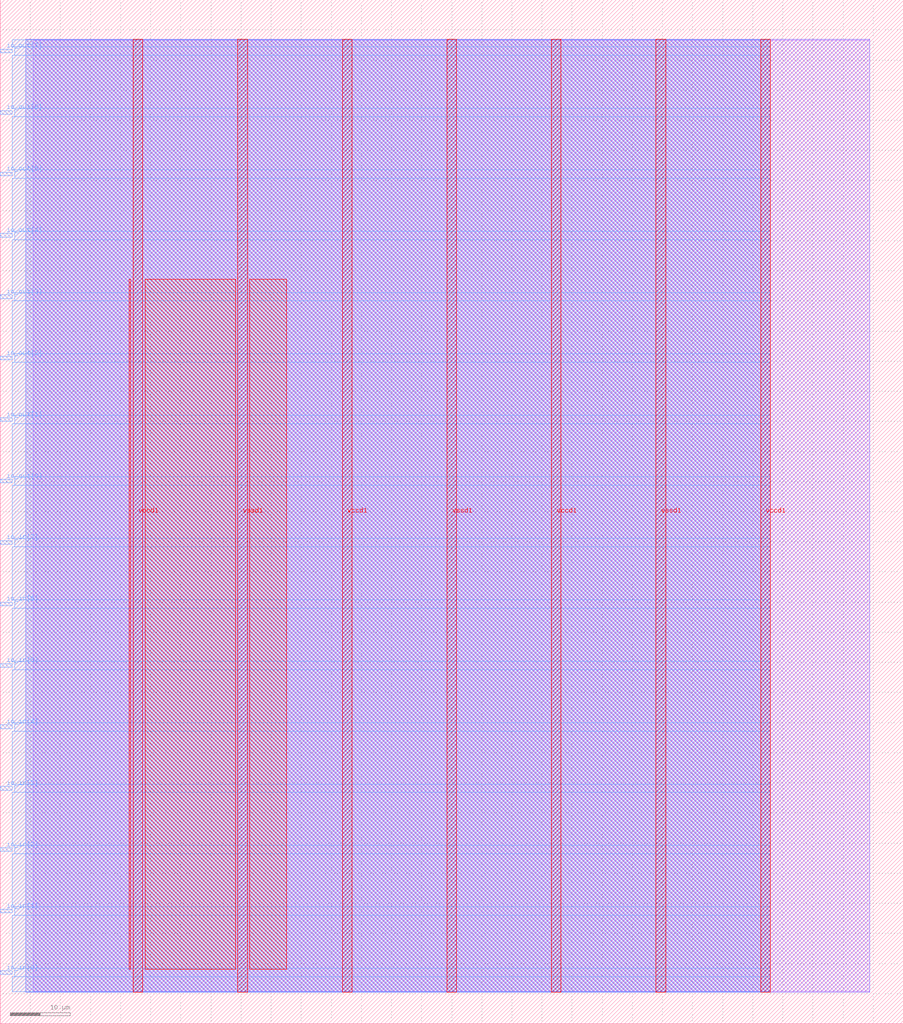
<source format=lef>
VERSION 5.7 ;
  NOWIREEXTENSIONATPIN ON ;
  DIVIDERCHAR "/" ;
  BUSBITCHARS "[]" ;
MACRO rc5_top
  CLASS BLOCK ;
  FOREIGN rc5_top ;
  ORIGIN 0.000 0.000 ;
  SIZE 150.000 BY 170.000 ;
  PIN io_in[0]
    DIRECTION INPUT ;
    USE SIGNAL ;
    PORT
      LAYER met3 ;
        RECT 0.000 8.200 2.000 8.800 ;
    END
  END io_in[0]
  PIN io_in[1]
    DIRECTION INPUT ;
    USE SIGNAL ;
    PORT
      LAYER met3 ;
        RECT 0.000 18.400 2.000 19.000 ;
    END
  END io_in[1]
  PIN io_in[2]
    DIRECTION INPUT ;
    USE SIGNAL ;
    PORT
      LAYER met3 ;
        RECT 0.000 28.600 2.000 29.200 ;
    END
  END io_in[2]
  PIN io_in[3]
    DIRECTION INPUT ;
    USE SIGNAL ;
    PORT
      LAYER met3 ;
        RECT 0.000 38.800 2.000 39.400 ;
    END
  END io_in[3]
  PIN io_in[4]
    DIRECTION INPUT ;
    USE SIGNAL ;
    PORT
      LAYER met3 ;
        RECT 0.000 49.000 2.000 49.600 ;
    END
  END io_in[4]
  PIN io_in[5]
    DIRECTION INPUT ;
    USE SIGNAL ;
    PORT
      LAYER met3 ;
        RECT 0.000 59.200 2.000 59.800 ;
    END
  END io_in[5]
  PIN io_in[6]
    DIRECTION INPUT ;
    USE SIGNAL ;
    PORT
      LAYER met3 ;
        RECT 0.000 69.400 2.000 70.000 ;
    END
  END io_in[6]
  PIN io_in[7]
    DIRECTION INPUT ;
    USE SIGNAL ;
    PORT
      LAYER met3 ;
        RECT 0.000 79.600 2.000 80.200 ;
    END
  END io_in[7]
  PIN io_out[0]
    DIRECTION OUTPUT TRISTATE ;
    USE SIGNAL ;
    PORT
      LAYER met3 ;
        RECT 0.000 89.800 2.000 90.400 ;
    END
  END io_out[0]
  PIN io_out[1]
    DIRECTION OUTPUT TRISTATE ;
    USE SIGNAL ;
    PORT
      LAYER met3 ;
        RECT 0.000 100.000 2.000 100.600 ;
    END
  END io_out[1]
  PIN io_out[2]
    DIRECTION OUTPUT TRISTATE ;
    USE SIGNAL ;
    PORT
      LAYER met3 ;
        RECT 0.000 110.200 2.000 110.800 ;
    END
  END io_out[2]
  PIN io_out[3]
    DIRECTION OUTPUT TRISTATE ;
    USE SIGNAL ;
    PORT
      LAYER met3 ;
        RECT 0.000 120.400 2.000 121.000 ;
    END
  END io_out[3]
  PIN io_out[4]
    DIRECTION OUTPUT TRISTATE ;
    USE SIGNAL ;
    PORT
      LAYER met3 ;
        RECT 0.000 130.600 2.000 131.200 ;
    END
  END io_out[4]
  PIN io_out[5]
    DIRECTION OUTPUT TRISTATE ;
    USE SIGNAL ;
    PORT
      LAYER met3 ;
        RECT 0.000 140.800 2.000 141.400 ;
    END
  END io_out[5]
  PIN io_out[6]
    DIRECTION OUTPUT TRISTATE ;
    USE SIGNAL ;
    PORT
      LAYER met3 ;
        RECT 0.000 151.000 2.000 151.600 ;
    END
  END io_out[6]
  PIN io_out[7]
    DIRECTION OUTPUT TRISTATE ;
    USE SIGNAL ;
    PORT
      LAYER met3 ;
        RECT 0.000 161.200 2.000 161.800 ;
    END
  END io_out[7]
  PIN vccd1
    DIRECTION INOUT ;
    USE POWER ;
    PORT
      LAYER met4 ;
        RECT 22.090 5.200 23.690 163.440 ;
    END
    PORT
      LAYER met4 ;
        RECT 56.830 5.200 58.430 163.440 ;
    END
    PORT
      LAYER met4 ;
        RECT 91.570 5.200 93.170 163.440 ;
    END
    PORT
      LAYER met4 ;
        RECT 126.310 5.200 127.910 163.440 ;
    END
  END vccd1
  PIN vssd1
    DIRECTION INOUT ;
    USE GROUND ;
    PORT
      LAYER met4 ;
        RECT 39.460 5.200 41.060 163.440 ;
    END
    PORT
      LAYER met4 ;
        RECT 74.200 5.200 75.800 163.440 ;
    END
    PORT
      LAYER met4 ;
        RECT 108.940 5.200 110.540 163.440 ;
    END
  END vssd1
  OBS
      LAYER li1 ;
        RECT 5.520 5.355 144.440 163.285 ;
      LAYER met1 ;
        RECT 4.210 5.200 144.440 163.440 ;
      LAYER met2 ;
        RECT 4.230 5.255 127.880 163.385 ;
      LAYER met3 ;
        RECT 2.000 162.200 127.900 163.365 ;
        RECT 2.400 160.800 127.900 162.200 ;
        RECT 2.000 152.000 127.900 160.800 ;
        RECT 2.400 150.600 127.900 152.000 ;
        RECT 2.000 141.800 127.900 150.600 ;
        RECT 2.400 140.400 127.900 141.800 ;
        RECT 2.000 131.600 127.900 140.400 ;
        RECT 2.400 130.200 127.900 131.600 ;
        RECT 2.000 121.400 127.900 130.200 ;
        RECT 2.400 120.000 127.900 121.400 ;
        RECT 2.000 111.200 127.900 120.000 ;
        RECT 2.400 109.800 127.900 111.200 ;
        RECT 2.000 101.000 127.900 109.800 ;
        RECT 2.400 99.600 127.900 101.000 ;
        RECT 2.000 90.800 127.900 99.600 ;
        RECT 2.400 89.400 127.900 90.800 ;
        RECT 2.000 80.600 127.900 89.400 ;
        RECT 2.400 79.200 127.900 80.600 ;
        RECT 2.000 70.400 127.900 79.200 ;
        RECT 2.400 69.000 127.900 70.400 ;
        RECT 2.000 60.200 127.900 69.000 ;
        RECT 2.400 58.800 127.900 60.200 ;
        RECT 2.000 50.000 127.900 58.800 ;
        RECT 2.400 48.600 127.900 50.000 ;
        RECT 2.000 39.800 127.900 48.600 ;
        RECT 2.400 38.400 127.900 39.800 ;
        RECT 2.000 29.600 127.900 38.400 ;
        RECT 2.400 28.200 127.900 29.600 ;
        RECT 2.000 19.400 127.900 28.200 ;
        RECT 2.400 18.000 127.900 19.400 ;
        RECT 2.000 9.200 127.900 18.000 ;
        RECT 2.400 7.800 127.900 9.200 ;
        RECT 2.000 5.275 127.900 7.800 ;
      LAYER met4 ;
        RECT 21.455 9.015 21.690 123.585 ;
        RECT 24.090 9.015 39.060 123.585 ;
        RECT 41.460 9.015 47.545 123.585 ;
  END
END rc5_top
END LIBRARY


</source>
